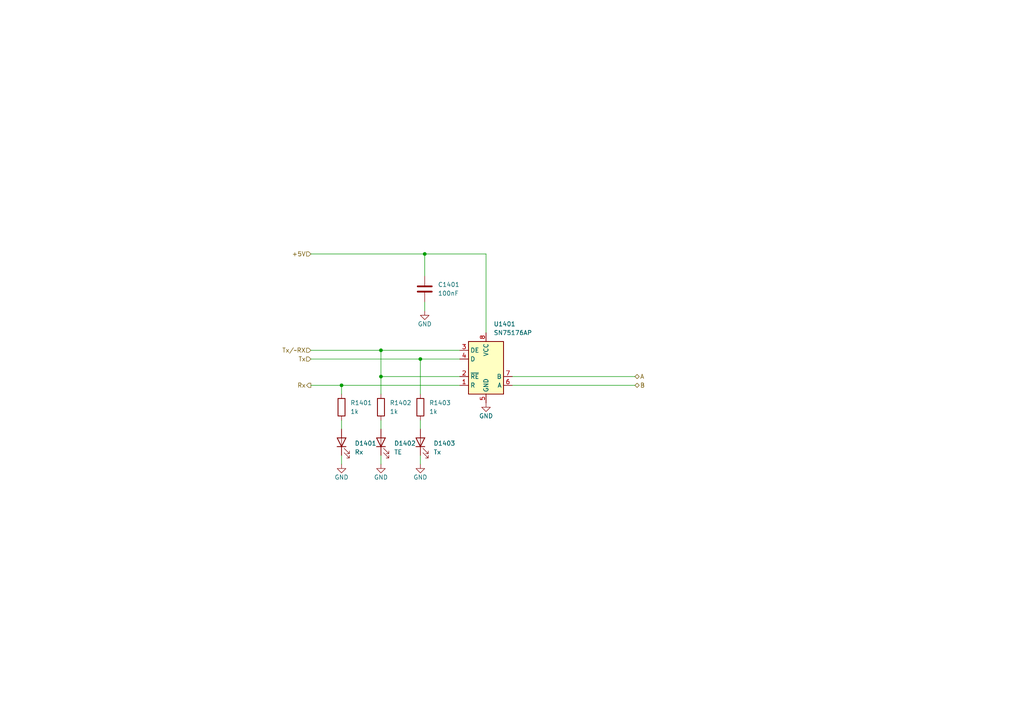
<source format=kicad_sch>
(kicad_sch (version 20230121) (generator eeschema)
  (paper "A4")
  (lib_symbols
    (symbol "Device:C" (pin_numbers hide) (pin_names (offset 0.254))
      (property "Reference" "C" (at 0.635 2.54 0))
      (property "Value" "C" (at 0.635 -2.54 0))
      (symbol "C_0_1"
        (polyline (pts (xy -2.032 -0.762) (xy 2.032 -0.762)) (stroke (width 0.508)))
        (polyline (pts (xy -2.032 0.762) (xy 2.032 0.762)) (stroke (width 0.508)))
      )
      (symbol "C_1_1"
        (pin passive line (at 0 3.81 270) (length 2.794) (name "~") (number "1"))
        (pin passive line (at 0 -3.81 90) (length 2.794) (name "~") (number "2"))
      )
    )
    (symbol "Device:LED" (pin_numbers hide) (pin_names (offset 1.016) hide)
      (property "Reference" "D" (at 0 2.54 0))
      (property "Value" "LED" (at 0 -2.54 0))
      (symbol "LED_0_1"
        (polyline (pts (xy -1.27 -1.27) (xy -1.27 1.27)) (stroke (width 0.254)))
        (polyline (pts (xy -1.27 0) (xy 1.27 0)))
        (polyline (pts (xy 1.27 -1.27) (xy 1.27 1.27) (xy -1.27 0) (xy 1.27 -1.27)) (stroke (width 0.254)))
        (polyline (pts (xy -3.048 -0.762) (xy -4.572 -2.286) (xy -3.81 -2.286) (xy -4.572 -2.286) (xy -4.572 -1.524)))
        (polyline (pts (xy -1.778 -0.762) (xy -3.302 -2.286) (xy -2.54 -2.286) (xy -3.302 -2.286) (xy -3.302 -1.524)))
      )
      (symbol "LED_1_1"
        (pin passive line (at -3.81 0 0) (length 2.54) (name "K") (number "1"))
        (pin passive line (at 3.81 0 180) (length 2.54) (name "A") (number "2"))
      )
    )
    (symbol "Device:R" (pin_numbers hide) (pin_names (offset 0))
      (property "Reference" "R" (at 2.032 0 90))
      (property "Value" "R" (at 0 0 90))
      (symbol "R_0_1"
        (rectangle (start -1.016 -2.54) (end 1.016 2.54) (stroke (width 0.254)))
      )
      (symbol "R_1_1"
        (pin passive line (at 0 3.81 270) (length 1.27) (name "~") (number "1"))
        (pin passive line (at 0 -3.81 90) (length 1.27) (name "~") (number "2"))
      )
    )
    (symbol "Interface_UART:SN75176AP"
      (property "Reference" "U" (at -4.318 8.89 0))
      (property "Value" "SN75176AP" (at 1.016 8.89 0))
      (symbol "SN75176AP_0_1"
        (rectangle (start -5.08 7.62) (end 5.08 -7.62) (stroke (width 0.254)) (fill (type background)))
      )
      (symbol "SN75176AP_1_1"
        (pin output line (at -7.62 -5.08 0) (length 2.54) (name "R") (number "1"))
        (pin input line (at -7.62 -2.54 0) (length 2.54) (name "~{RE}") (number "2"))
        (pin input line (at -7.62 5.08 0) (length 2.54) (name "DE") (number "3"))
        (pin input line (at -7.62 2.54 0) (length 2.54) (name "D") (number "4"))
        (pin power_in line (at 0 -10.16 90) (length 2.54) (name "GND") (number "5"))
        (pin bidirectional line (at 7.62 -5.08 180) (length 2.54) (name "A") (number "6"))
        (pin bidirectional line (at 7.62 -2.54 180) (length 2.54) (name "B") (number "7"))
        (pin power_in line (at 0 10.16 270) (length 2.54) (name "VCC") (number "8"))
      )
    )
    (symbol "power:GND" (power) (pin_numbers hide) (pin_names (offset 0) hide)
      (property "Value" "GND" (at 0 -3.81 0))
      (symbol "GND_0_1"
        (polyline (pts (xy 0 0) (xy 0 -1.27) (xy 1.27 -1.27) (xy 0 -2.54) (xy -1.27 -1.27) (xy 0 -1.27)))
      )
      (symbol "GND_1_1"
        (pin power_in line (at 0 0 270) (length 0) hide (name "GND") (number "1"))
      )
    )
  )
  (junction (at 123.19 73.66))
  (junction (at 110.49 101.6))
  (junction (at 99.06 111.76))
  (junction (at 121.92 104.14))
  (junction (at 110.49 109.22))
  (wire (pts (xy 90.17 104.14) (xy 121.92 104.14)))
  (wire (pts (xy 148.59 111.76) (xy 184.15 111.76)))
  (wire (pts (xy 148.59 109.22) (xy 184.15 109.22)))
  (wire (pts (xy 99.06 111.76) (xy 133.35 111.76)))
  (wire (pts (xy 121.92 121.92) (xy 121.92 124.46)))
  (wire (pts (xy 110.49 132.08) (xy 110.49 134.62)))
  (wire (pts (xy 121.92 104.14) (xy 133.35 104.14)))
  (wire (pts (xy 110.49 121.92) (xy 110.49 124.46)))
  (wire (pts (xy 90.17 111.76) (xy 99.06 111.76)))
  (wire (pts (xy 123.19 73.66) (xy 140.97 73.66)))
  (wire (pts (xy 90.17 73.66) (xy 123.19 73.66)))
  (wire (pts (xy 99.06 121.92) (xy 99.06 124.46)))
  (wire (pts (xy 90.17 101.6) (xy 110.49 101.6)))
  (wire (pts (xy 121.92 132.08) (xy 121.92 134.62)))
  (wire (pts (xy 99.06 111.76) (xy 99.06 114.3)))
  (wire (pts (xy 123.19 87.63) (xy 123.19 90.17)))
  (wire (pts (xy 123.19 73.66) (xy 123.19 80.01)))
  (wire (pts (xy 99.06 132.08) (xy 99.06 134.62)))
  (wire (pts (xy 133.35 109.22) (xy 110.49 109.22)))
  (wire (pts (xy 140.97 96.52) (xy 140.97 73.66)))
  (wire (pts (xy 110.49 109.22) (xy 110.49 114.3)))
  (wire (pts (xy 121.92 104.14) (xy 121.92 114.3)))
  (wire (pts (xy 110.49 109.22) (xy 110.49 101.6)))
  (wire (pts (xy 110.49 101.6) (xy 133.35 101.6)))
  (hierarchical_label "Tx" (shape input) (at 90.17 104.14 180))
  (hierarchical_label "B" (shape bidirectional) (at 184.15 111.76 0))
  (hierarchical_label "Rx" (shape output) (at 90.17 111.76 180))
  (hierarchical_label "Tx{slash}~RX" (shape input) (at 90.17 101.6 180))
  (hierarchical_label "+5V" (shape input) (at 90.17 73.66 180))
  (hierarchical_label "A" (shape bidirectional) (at 184.15 109.22 0))
  (symbol (lib_id "Device:C") (at 123.19 83.82 0) (unit 1)
    (property "Reference" "C1401" (at 127 82.55 0) (effects (justify left)))
    (property "Value" "100nF" (at 127 85.09 0) (effects (justify left)))
    (property "Footprint" "Capacitor_SMD:C_0805_2012Metric" (effects hide))
  )
  (symbol (lib_id "power:GND") (at 123.19 90.17 0) (unit 1)
    (property "Reference" "#PWR01404" (effects hide))
    (property "Value" "GND" (at 123.19 93.98 0))
  )
  (symbol (lib_id "Device:R") (at 110.49 118.11 180) (unit 1)
    (property "Reference" "R1402" (at 113.03 116.84 0) (effects (justify right)))
    (property "Value" "1k" (at 113.03 119.38 0) (effects (justify right)))
    (property "Footprint" "Resistor_SMD:R_0805_2012Metric" (effects hide))
  )
  (symbol (lib_id "power:GND") (at 140.97 116.84 0) (unit 1)
    (property "Reference" "#PWR01405" (effects hide))
    (property "Value" "GND" (at 140.97 120.65 0))
  )
  (symbol (lib_id "power:GND") (at 110.49 134.62 0) (mirror y) (unit 1)
    (property "Reference" "#PWR01402" (effects hide))
    (property "Value" "GND" (at 110.49 138.43 0))
  )
  (symbol (lib_id "Device:LED") (at 121.92 128.27 90) (unit 1)
    (property "Reference" "D1403" (at 125.73 128.5875 90) (effects (justify right)))
    (property "Value" "Tx" (at 125.73 131.1275 90) (effects (justify right)))
    (property "Footprint" "LED_THT:LED_D3.0mm" (effects hide))
  )
  (symbol (lib_id "power:GND") (at 99.06 134.62 0) (mirror y) (unit 1)
    (property "Reference" "#PWR01401" (effects hide))
    (property "Value" "GND" (at 99.06 138.43 0))
  )
  (symbol (lib_id "Device:LED") (at 99.06 128.27 90) (unit 1)
    (property "Reference" "D1401" (at 102.87 128.5875 90) (effects (justify right)))
    (property "Value" "Rx" (at 102.87 131.1275 90) (effects (justify right)))
    (property "Footprint" "LED_THT:LED_D3.0mm" (effects hide))
  )
  (symbol (lib_id "Device:LED") (at 110.49 128.27 90) (unit 1)
    (property "Reference" "D1402" (at 114.3 128.5875 90) (effects (justify right)))
    (property "Value" "TE" (at 114.3 131.1275 90) (effects (justify right)))
    (property "Footprint" "LED_THT:LED_D3.0mm" (effects hide))
  )
  (symbol (lib_id "Device:R") (at 99.06 118.11 180) (unit 1)
    (property "Reference" "R1401" (at 101.6 116.84 0) (effects (justify right)))
    (property "Value" "1k" (at 101.6 119.38 0) (effects (justify right)))
    (property "Footprint" "Resistor_SMD:R_0805_2012Metric" (effects hide))
  )
  (symbol (lib_id "Device:R") (at 121.92 118.11 180) (unit 1)
    (property "Reference" "R1403" (at 124.46 116.84 0) (effects (justify right)))
    (property "Value" "1k" (at 124.46 119.38 0) (effects (justify right)))
    (property "Footprint" "Resistor_SMD:R_0805_2012Metric" (effects hide))
  )
  (symbol (lib_id "power:GND") (at 121.92 134.62 0) (mirror y) (unit 1)
    (property "Reference" "#PWR01403" (effects hide))
    (property "Value" "GND" (at 121.92 138.43 0))
  )
  (symbol (lib_id "Interface_UART:SN75176AP") (at 140.97 106.68 0) (unit 1)
    (property "Reference" "U1401" (at 143.1641 93.98 0) (effects (justify left)))
    (property "Value" "SN75176AP" (at 143.1641 96.52 0) (effects (justify left)))
    (property "Footprint" "Package_SO:SO-8_3.9x4.9mm_P1.27mm" (effects hide))
    (property "Datasheet" "http://www.ti.com/lit/ds/symlink/sn75176a.pdf" (effects hide))
  )
)
</source>
